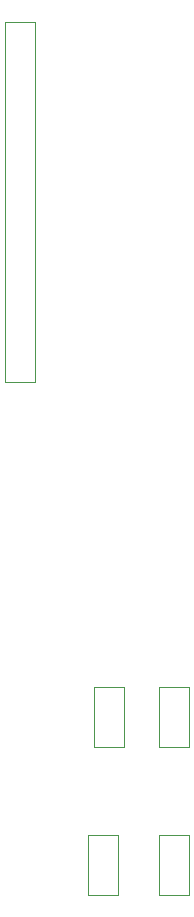
<source format=gbr>
G04*
G04 #@! TF.GenerationSoftware,Altium Limited,Altium Designer,24.1.2 (44)*
G04*
G04 Layer_Color=32768*
%FSLAX25Y25*%
%MOIN*%
G70*
G04*
G04 #@! TF.SameCoordinates,29FF4F4E-3C6D-470F-9DA1-2895E510F6E9*
G04*
G04*
G04 #@! TF.FilePolarity,Positive*
G04*
G01*
G75*
%ADD12C,0.00394*%
D12*
X890669Y401417D02*
Y421417D01*
X900669D01*
Y401417D02*
Y421417D01*
X890669Y401417D02*
X900669D01*
X890669Y352205D02*
Y372205D01*
X900669D01*
Y352205D02*
Y372205D01*
X890669Y352205D02*
X900669D01*
X839488Y523110D02*
Y643110D01*
X849488Y523110D02*
Y643110D01*
X839488Y523110D02*
X849488D01*
X839488Y643110D02*
X849488D01*
X869016Y401417D02*
Y421417D01*
X879016D01*
Y401417D02*
Y421417D01*
X869016Y401417D02*
X879016D01*
X867047Y352205D02*
Y372205D01*
X877047D01*
Y352205D02*
Y372205D01*
X867047Y352205D02*
X877047D01*
M02*

</source>
